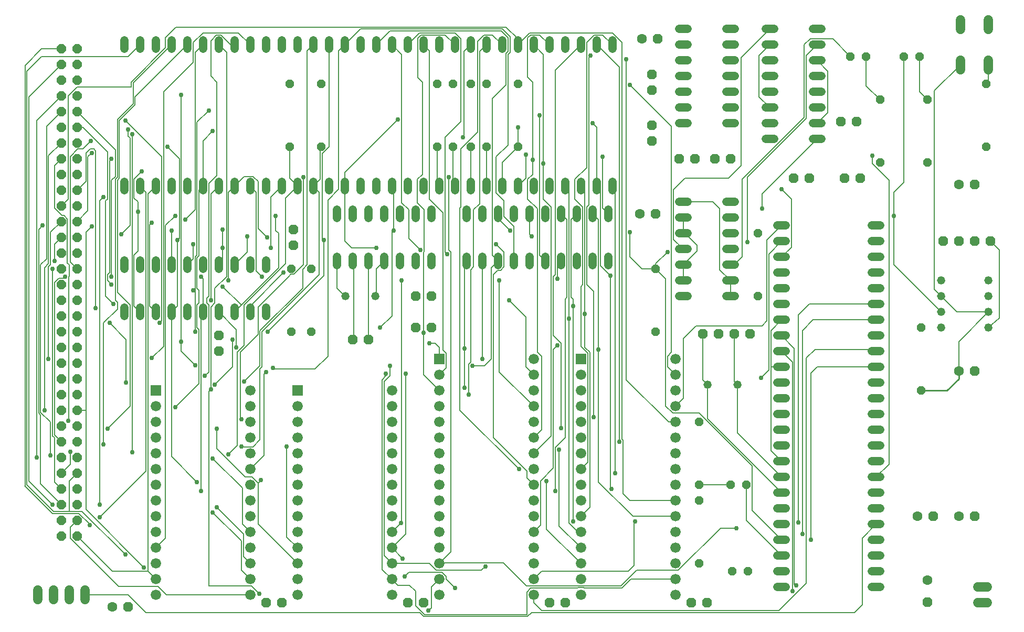
<source format=gbr>
G04 EAGLE Gerber RS-274X export*
G75*
%MOMM*%
%FSLAX34Y34*%
%LPD*%
%INTop Copper*%
%IPPOS*%
%AMOC8*
5,1,8,0,0,1.08239X$1,22.5*%
G01*
%ADD10P,1.732040X8X22.500000*%
%ADD11C,1.600200*%
%ADD12P,1.732040X8X112.500000*%
%ADD13P,1.732040X8X292.500000*%
%ADD14C,1.320800*%
%ADD15C,1.320800*%
%ADD16C,1.524000*%
%ADD17P,1.649562X8X292.500000*%
%ADD18P,1.429621X8X22.500000*%
%ADD19P,1.429621X8X202.500000*%
%ADD20P,1.429621X8X112.500000*%
%ADD21P,1.429621X8X292.500000*%
%ADD22R,1.676400X1.676400*%
%ADD23C,1.676400*%
%ADD24C,0.152400*%
%ADD25C,0.756400*%
%ADD26C,0.254000*%


D10*
X1130300Y755650D03*
X1155700Y755650D03*
X1162050Y473075D03*
X1187450Y473075D03*
X1111250Y473075D03*
X1136650Y473075D03*
X1073150Y755650D03*
X1098550Y755650D03*
X1339850Y723900D03*
X1365250Y723900D03*
X1257300Y723900D03*
X1282700Y723900D03*
X1549400Y714375D03*
D11*
X1524000Y714375D03*
D10*
X1035050Y666750D03*
D11*
X1009650Y666750D03*
D10*
X184150Y31750D03*
D11*
X158750Y31750D03*
D12*
X1028700Y866775D03*
X1028700Y892175D03*
D10*
X1333500Y815975D03*
X1358900Y815975D03*
X647700Y482600D03*
X673100Y482600D03*
X546100Y463550D03*
X571500Y463550D03*
X647700Y533400D03*
X673100Y533400D03*
X1498600Y622300D03*
X1524000Y622300D03*
X1549400Y412750D03*
D11*
X1524000Y412750D03*
D10*
X1549400Y622300D03*
X1574800Y622300D03*
X1038225Y949325D03*
D11*
X1012825Y949325D03*
D10*
X1482725Y177800D03*
D11*
X1457325Y177800D03*
D13*
X1473200Y39370D03*
D11*
X1473200Y74930D03*
D12*
X1028700Y784225D03*
X1028700Y809625D03*
D10*
X1549400Y177800D03*
D11*
X1524000Y177800D03*
D10*
X406400Y38100D03*
X431800Y38100D03*
X635000Y38100D03*
X660400Y38100D03*
X863600Y38100D03*
X889000Y38100D03*
X1092200Y38100D03*
X1117600Y38100D03*
D14*
X520700Y583946D02*
X520700Y597154D01*
X546100Y597154D02*
X546100Y583946D01*
X673100Y583946D02*
X673100Y597154D01*
X673100Y660146D02*
X673100Y673354D01*
X571500Y597154D02*
X571500Y583946D01*
X596900Y583946D02*
X596900Y597154D01*
X647700Y597154D02*
X647700Y583946D01*
X622300Y583946D02*
X622300Y597154D01*
X647700Y660146D02*
X647700Y673354D01*
X622300Y673354D02*
X622300Y660146D01*
X596900Y660146D02*
X596900Y673354D01*
X571500Y673354D02*
X571500Y660146D01*
X546100Y660146D02*
X546100Y673354D01*
X520700Y673354D02*
X520700Y660146D01*
D15*
X1495425Y558800D03*
X1495425Y533400D03*
X1571625Y533400D03*
X1571625Y558800D03*
X1495425Y508000D03*
X1495425Y482600D03*
X1571625Y508000D03*
X1571625Y482600D03*
D14*
X1086104Y685800D02*
X1072896Y685800D01*
X1072896Y660400D02*
X1086104Y660400D01*
X1086104Y533400D02*
X1072896Y533400D01*
X1149096Y533400D02*
X1162304Y533400D01*
X1086104Y635000D02*
X1072896Y635000D01*
X1072896Y609600D02*
X1086104Y609600D01*
X1086104Y558800D02*
X1072896Y558800D01*
X1072896Y584200D02*
X1086104Y584200D01*
X1149096Y558800D02*
X1162304Y558800D01*
X1162304Y584200D02*
X1149096Y584200D01*
X1149096Y609600D02*
X1162304Y609600D01*
X1162304Y635000D02*
X1149096Y635000D01*
X1149096Y660400D02*
X1162304Y660400D01*
X1162304Y685800D02*
X1149096Y685800D01*
X177800Y704596D02*
X177800Y717804D01*
X203200Y717804D02*
X203200Y704596D01*
X228600Y704596D02*
X228600Y717804D01*
X254000Y717804D02*
X254000Y704596D01*
X279400Y704596D02*
X279400Y717804D01*
X304800Y717804D02*
X304800Y704596D01*
X330200Y704596D02*
X330200Y717804D01*
X355600Y717804D02*
X355600Y704596D01*
X381000Y704596D02*
X381000Y717804D01*
X406400Y717804D02*
X406400Y704596D01*
X431800Y704596D02*
X431800Y717804D01*
X457200Y717804D02*
X457200Y704596D01*
X482600Y704596D02*
X482600Y717804D01*
X508000Y717804D02*
X508000Y704596D01*
X533400Y704596D02*
X533400Y717804D01*
X558800Y717804D02*
X558800Y704596D01*
X584200Y704596D02*
X584200Y717804D01*
X609600Y717804D02*
X609600Y704596D01*
X635000Y704596D02*
X635000Y717804D01*
X965200Y717804D02*
X965200Y704596D01*
X965200Y933196D02*
X965200Y946404D01*
X635000Y946404D02*
X635000Y933196D01*
X609600Y933196D02*
X609600Y946404D01*
X584200Y946404D02*
X584200Y933196D01*
X558800Y933196D02*
X558800Y946404D01*
X533400Y946404D02*
X533400Y933196D01*
X508000Y933196D02*
X508000Y946404D01*
X482600Y946404D02*
X482600Y933196D01*
X457200Y933196D02*
X457200Y946404D01*
X431800Y946404D02*
X431800Y933196D01*
X406400Y933196D02*
X406400Y946404D01*
X381000Y946404D02*
X381000Y933196D01*
X355600Y933196D02*
X355600Y946404D01*
X330200Y946404D02*
X330200Y933196D01*
X304800Y933196D02*
X304800Y946404D01*
X279400Y946404D02*
X279400Y933196D01*
X254000Y933196D02*
X254000Y946404D01*
X228600Y946404D02*
X228600Y933196D01*
X203200Y933196D02*
X203200Y946404D01*
X177800Y946404D02*
X177800Y933196D01*
X660400Y717804D02*
X660400Y704596D01*
X685800Y704596D02*
X685800Y717804D01*
X711200Y717804D02*
X711200Y704596D01*
X736600Y704596D02*
X736600Y717804D01*
X762000Y717804D02*
X762000Y704596D01*
X787400Y704596D02*
X787400Y717804D01*
X812800Y717804D02*
X812800Y704596D01*
X838200Y704596D02*
X838200Y717804D01*
X863600Y717804D02*
X863600Y704596D01*
X889000Y704596D02*
X889000Y717804D01*
X914400Y717804D02*
X914400Y704596D01*
X939800Y704596D02*
X939800Y717804D01*
X660400Y933196D02*
X660400Y946404D01*
X685800Y946404D02*
X685800Y933196D01*
X711200Y933196D02*
X711200Y946404D01*
X736600Y946404D02*
X736600Y933196D01*
X762000Y933196D02*
X762000Y946404D01*
X787400Y946404D02*
X787400Y933196D01*
X812800Y933196D02*
X812800Y946404D01*
X838200Y946404D02*
X838200Y933196D01*
X863600Y933196D02*
X863600Y946404D01*
X889000Y946404D02*
X889000Y933196D01*
X914400Y933196D02*
X914400Y946404D01*
X939800Y946404D02*
X939800Y933196D01*
X730250Y597154D02*
X730250Y583946D01*
X755650Y583946D02*
X755650Y597154D01*
X781050Y597154D02*
X781050Y583946D01*
X806450Y583946D02*
X806450Y597154D01*
X831850Y597154D02*
X831850Y583946D01*
X857250Y583946D02*
X857250Y597154D01*
X882650Y597154D02*
X882650Y583946D01*
X908050Y583946D02*
X908050Y597154D01*
X933450Y597154D02*
X933450Y583946D01*
X958850Y583946D02*
X958850Y597154D01*
X958850Y660146D02*
X958850Y673354D01*
X933450Y673354D02*
X933450Y660146D01*
X908050Y660146D02*
X908050Y673354D01*
X882650Y673354D02*
X882650Y660146D01*
X857250Y660146D02*
X857250Y673354D01*
X831850Y673354D02*
X831850Y660146D01*
X806450Y660146D02*
X806450Y673354D01*
X781050Y673354D02*
X781050Y660146D01*
X755650Y660146D02*
X755650Y673354D01*
X730250Y673354D02*
X730250Y660146D01*
X1072896Y965200D02*
X1086104Y965200D01*
X1086104Y939800D02*
X1072896Y939800D01*
X1072896Y812800D02*
X1086104Y812800D01*
X1149096Y812800D02*
X1162304Y812800D01*
X1086104Y914400D02*
X1072896Y914400D01*
X1072896Y889000D02*
X1086104Y889000D01*
X1086104Y838200D02*
X1072896Y838200D01*
X1072896Y863600D02*
X1086104Y863600D01*
X1149096Y838200D02*
X1162304Y838200D01*
X1162304Y863600D02*
X1149096Y863600D01*
X1149096Y889000D02*
X1162304Y889000D01*
X1162304Y914400D02*
X1149096Y914400D01*
X1149096Y939800D02*
X1162304Y939800D01*
X1162304Y965200D02*
X1149096Y965200D01*
X1231646Y647700D02*
X1244854Y647700D01*
X1244854Y622300D02*
X1231646Y622300D01*
X1231646Y596900D02*
X1244854Y596900D01*
X1244854Y571500D02*
X1231646Y571500D01*
X1231646Y546100D02*
X1244854Y546100D01*
X1244854Y520700D02*
X1231646Y520700D01*
X1231646Y495300D02*
X1244854Y495300D01*
X1244854Y469900D02*
X1231646Y469900D01*
X1231646Y444500D02*
X1244854Y444500D01*
X1244854Y419100D02*
X1231646Y419100D01*
X1231646Y393700D02*
X1244854Y393700D01*
X1244854Y368300D02*
X1231646Y368300D01*
X1231646Y342900D02*
X1244854Y342900D01*
X1244854Y317500D02*
X1231646Y317500D01*
X1231646Y292100D02*
X1244854Y292100D01*
X1244854Y266700D02*
X1231646Y266700D01*
X1231646Y241300D02*
X1244854Y241300D01*
X1244854Y215900D02*
X1231646Y215900D01*
X1231646Y190500D02*
X1244854Y190500D01*
X1244854Y165100D02*
X1231646Y165100D01*
X1231646Y139700D02*
X1244854Y139700D01*
X1244854Y114300D02*
X1231646Y114300D01*
X1231646Y88900D02*
X1244854Y88900D01*
X1244854Y63500D02*
X1231646Y63500D01*
X1384046Y63500D02*
X1397254Y63500D01*
X1397254Y88900D02*
X1384046Y88900D01*
X1384046Y114300D02*
X1397254Y114300D01*
X1397254Y139700D02*
X1384046Y139700D01*
X1384046Y165100D02*
X1397254Y165100D01*
X1397254Y190500D02*
X1384046Y190500D01*
X1384046Y215900D02*
X1397254Y215900D01*
X1397254Y241300D02*
X1384046Y241300D01*
X1384046Y266700D02*
X1397254Y266700D01*
X1397254Y292100D02*
X1384046Y292100D01*
X1384046Y317500D02*
X1397254Y317500D01*
X1397254Y342900D02*
X1384046Y342900D01*
X1384046Y368300D02*
X1397254Y368300D01*
X1397254Y393700D02*
X1384046Y393700D01*
X1384046Y419100D02*
X1397254Y419100D01*
X1397254Y444500D02*
X1384046Y444500D01*
X1384046Y469900D02*
X1397254Y469900D01*
X1397254Y495300D02*
X1384046Y495300D01*
X1384046Y520700D02*
X1397254Y520700D01*
X1397254Y546100D02*
X1384046Y546100D01*
X1384046Y571500D02*
X1397254Y571500D01*
X1397254Y596900D02*
X1384046Y596900D01*
X1384046Y622300D02*
X1397254Y622300D01*
X1397254Y647700D02*
X1384046Y647700D01*
X1225804Y965200D02*
X1212596Y965200D01*
X1212596Y939800D02*
X1225804Y939800D01*
X1225804Y812800D02*
X1212596Y812800D01*
X1212596Y787400D02*
X1225804Y787400D01*
X1225804Y914400D02*
X1212596Y914400D01*
X1212596Y889000D02*
X1225804Y889000D01*
X1225804Y838200D02*
X1212596Y838200D01*
X1212596Y863600D02*
X1225804Y863600D01*
X1288796Y787400D02*
X1302004Y787400D01*
X1302004Y812800D02*
X1288796Y812800D01*
X1288796Y838200D02*
X1302004Y838200D01*
X1302004Y863600D02*
X1288796Y863600D01*
X1288796Y889000D02*
X1302004Y889000D01*
X1302004Y914400D02*
X1288796Y914400D01*
X1288796Y939800D02*
X1302004Y939800D01*
X1302004Y965200D02*
X1288796Y965200D01*
D16*
X38100Y58420D02*
X38100Y43180D01*
X63500Y43180D02*
X63500Y58420D01*
X88900Y58420D02*
X88900Y43180D01*
X114300Y43180D02*
X114300Y58420D01*
X1554480Y63500D02*
X1569720Y63500D01*
X1569720Y38100D02*
X1554480Y38100D01*
D17*
X76200Y933450D03*
X101600Y933450D03*
X76200Y908050D03*
X101600Y908050D03*
X76200Y882650D03*
X101600Y882650D03*
X76200Y857250D03*
X101600Y857250D03*
X76200Y831850D03*
X101600Y831850D03*
X76200Y806450D03*
X101600Y806450D03*
X76200Y781050D03*
X101600Y781050D03*
X76200Y755650D03*
X101600Y755650D03*
X76200Y730250D03*
X101600Y730250D03*
X76200Y704850D03*
X101600Y704850D03*
X76200Y679450D03*
X101600Y679450D03*
X76200Y654050D03*
X101600Y654050D03*
X76200Y628650D03*
X101600Y628650D03*
X76200Y603250D03*
X101600Y603250D03*
X76200Y577850D03*
X101600Y577850D03*
X76200Y552450D03*
X101600Y552450D03*
X76200Y527050D03*
X101600Y527050D03*
X76200Y501650D03*
X101600Y501650D03*
X76200Y476250D03*
X101600Y476250D03*
X76200Y450850D03*
X101600Y450850D03*
X76200Y425450D03*
X101600Y425450D03*
X76200Y400050D03*
X101600Y400050D03*
X76200Y374650D03*
X101600Y374650D03*
X76200Y349250D03*
X101600Y349250D03*
X76200Y323850D03*
X101600Y323850D03*
X76200Y298450D03*
X101600Y298450D03*
X76200Y273050D03*
X101600Y273050D03*
X76200Y247650D03*
X101600Y247650D03*
X76200Y222250D03*
X101600Y222250D03*
X76200Y196850D03*
X101600Y196850D03*
X76200Y171450D03*
X101600Y171450D03*
X76200Y146050D03*
X101600Y146050D03*
D18*
X1155700Y228600D03*
X1181100Y228600D03*
X1158875Y88900D03*
X1184275Y88900D03*
X1435100Y920750D03*
X1460500Y920750D03*
D19*
X1374775Y920750D03*
X1349375Y920750D03*
D15*
X1167130Y390525D03*
X1118870Y390525D03*
X534670Y533400D03*
X582930Y533400D03*
D20*
X682625Y774700D03*
X682625Y876300D03*
X444500Y774700D03*
X444500Y876300D03*
X479425Y476250D03*
X479425Y577850D03*
X708025Y774700D03*
X708025Y876300D03*
X1463675Y381000D03*
X1463675Y482600D03*
X1568450Y774700D03*
X1568450Y876300D03*
X1473200Y749300D03*
X1473200Y850900D03*
D21*
X1397000Y850900D03*
X1397000Y749300D03*
D20*
X1200150Y533400D03*
X1200150Y635000D03*
D21*
X1035050Y577850D03*
X1035050Y476250D03*
D20*
X1104900Y228600D03*
X1104900Y330200D03*
X1104900Y101600D03*
X1104900Y203200D03*
X736600Y774700D03*
X736600Y876300D03*
D21*
X447675Y577850D03*
X447675Y476250D03*
D20*
X762000Y774700D03*
X762000Y876300D03*
X812800Y774700D03*
X812800Y876300D03*
X495300Y774700D03*
X495300Y876300D03*
D16*
X1526794Y899668D02*
X1526794Y914908D01*
X1572006Y914908D02*
X1572006Y899668D01*
X1526794Y964692D02*
X1526794Y979932D01*
X1572006Y979932D02*
X1572006Y964692D01*
D22*
X228600Y381000D03*
D23*
X228600Y355600D03*
X228600Y330200D03*
X228600Y304800D03*
X228600Y279400D03*
X228600Y254000D03*
X228600Y228600D03*
X228600Y203200D03*
X228600Y177800D03*
X228600Y152400D03*
X228600Y127000D03*
X228600Y101600D03*
X228600Y76200D03*
X228600Y50800D03*
X381000Y50800D03*
X381000Y76200D03*
X381000Y101600D03*
X381000Y127000D03*
X381000Y152400D03*
X381000Y177800D03*
X381000Y203200D03*
X381000Y228600D03*
X381000Y254000D03*
X381000Y279400D03*
X381000Y304800D03*
X381000Y330200D03*
X381000Y355600D03*
X381000Y381000D03*
D22*
X457200Y381000D03*
D23*
X457200Y355600D03*
X457200Y330200D03*
X457200Y304800D03*
X457200Y279400D03*
X457200Y254000D03*
X457200Y228600D03*
X457200Y203200D03*
X457200Y177800D03*
X457200Y152400D03*
X457200Y127000D03*
X457200Y101600D03*
X457200Y76200D03*
X457200Y50800D03*
X609600Y50800D03*
X609600Y76200D03*
X609600Y101600D03*
X609600Y127000D03*
X609600Y152400D03*
X609600Y177800D03*
X609600Y203200D03*
X609600Y228600D03*
X609600Y254000D03*
X609600Y279400D03*
X609600Y304800D03*
X609600Y330200D03*
X609600Y355600D03*
X609600Y381000D03*
D22*
X685800Y431800D03*
D23*
X685800Y406400D03*
X685800Y381000D03*
X685800Y355600D03*
X685800Y330200D03*
X685800Y304800D03*
X685800Y279400D03*
X685800Y254000D03*
X685800Y228600D03*
X685800Y203200D03*
X685800Y177800D03*
X685800Y152400D03*
X685800Y127000D03*
X685800Y101600D03*
X685800Y76200D03*
X685800Y50800D03*
X838200Y50800D03*
X838200Y76200D03*
X838200Y101600D03*
X838200Y127000D03*
X838200Y152400D03*
X838200Y177800D03*
X838200Y203200D03*
X838200Y228600D03*
X838200Y254000D03*
X838200Y279400D03*
X838200Y304800D03*
X838200Y330200D03*
X838200Y355600D03*
X838200Y381000D03*
X838200Y406400D03*
X838200Y431800D03*
D22*
X914400Y431800D03*
D23*
X914400Y406400D03*
X914400Y381000D03*
X914400Y355600D03*
X914400Y330200D03*
X914400Y304800D03*
X914400Y279400D03*
X914400Y254000D03*
X914400Y228600D03*
X914400Y203200D03*
X914400Y177800D03*
X914400Y152400D03*
X914400Y127000D03*
X914400Y101600D03*
X914400Y76200D03*
X914400Y50800D03*
X1066800Y50800D03*
X1066800Y76200D03*
X1066800Y101600D03*
X1066800Y127000D03*
X1066800Y152400D03*
X1066800Y177800D03*
X1066800Y203200D03*
X1066800Y228600D03*
X1066800Y254000D03*
X1066800Y279400D03*
X1066800Y304800D03*
X1066800Y330200D03*
X1066800Y355600D03*
X1066800Y381000D03*
X1066800Y406400D03*
X1066800Y431800D03*
D14*
X177800Y501396D02*
X177800Y514604D01*
X203200Y514604D02*
X203200Y501396D01*
X228600Y501396D02*
X228600Y514604D01*
X254000Y514604D02*
X254000Y501396D01*
X279400Y501396D02*
X279400Y514604D01*
X304800Y514604D02*
X304800Y501396D01*
X330200Y501396D02*
X330200Y514604D01*
X355600Y514604D02*
X355600Y501396D01*
X381000Y501396D02*
X381000Y514604D01*
X406400Y514604D02*
X406400Y501396D01*
X406400Y577596D02*
X406400Y590804D01*
X381000Y590804D02*
X381000Y577596D01*
X355600Y577596D02*
X355600Y590804D01*
X330200Y590804D02*
X330200Y577596D01*
X304800Y577596D02*
X304800Y590804D01*
X279400Y590804D02*
X279400Y577596D01*
X254000Y577596D02*
X254000Y590804D01*
X228600Y590804D02*
X228600Y577596D01*
X203200Y577596D02*
X203200Y590804D01*
X177800Y590804D02*
X177800Y577596D01*
D12*
X330200Y444500D03*
X330200Y469900D03*
D13*
X450850Y641350D03*
X450850Y615950D03*
D24*
X623888Y166688D02*
X609600Y152400D01*
X295275Y814388D02*
X314325Y833438D01*
X295275Y814388D02*
X295275Y600075D01*
X292100Y596900D01*
X292100Y542925D02*
X292100Y476250D01*
X292100Y542925D02*
X292100Y596900D01*
X625475Y168275D02*
X623888Y166688D01*
X625475Y168275D02*
X625475Y558800D01*
X292100Y542925D02*
X288925Y542925D01*
D25*
X623888Y166688D03*
X314325Y833438D03*
X292100Y476250D03*
X625475Y558800D03*
X288925Y542925D03*
D24*
X609600Y127000D02*
X627063Y109538D01*
X269875Y460375D02*
X269875Y858838D01*
X631825Y149225D02*
X609600Y127000D01*
X631825Y149225D02*
X631825Y407988D01*
X292100Y422275D02*
X269875Y444500D01*
X269875Y460375D01*
D25*
X627063Y109538D03*
X269875Y858838D03*
X269875Y460375D03*
X631825Y407988D03*
X292100Y422275D03*
D24*
X381000Y939800D02*
X361950Y958850D01*
X241300Y863600D02*
X241300Y452438D01*
X222250Y433388D01*
X596900Y114300D02*
X609600Y101600D01*
X596900Y114300D02*
X596900Y395288D01*
X606425Y404813D01*
X606425Y420688D01*
D25*
X760413Y96838D03*
X222250Y433388D03*
X606425Y420688D03*
D24*
X681038Y90488D02*
X754063Y90488D01*
X760413Y96838D01*
X669925Y101600D02*
X609600Y101600D01*
X669925Y101600D02*
X681038Y90488D01*
X289052Y911352D02*
X289052Y943228D01*
X304674Y958850D01*
X361950Y958850D01*
X289052Y911352D02*
X241300Y863600D01*
X647700Y33338D02*
X661988Y19050D01*
X827088Y19050D01*
X827088Y55563D01*
X314325Y715963D02*
X327025Y728663D01*
X314325Y715963D02*
X314325Y533400D01*
X311150Y530225D01*
X311150Y522288D01*
X314325Y519113D01*
X314325Y411163D01*
X307975Y404813D01*
X593725Y92075D02*
X609600Y76200D01*
X593725Y92075D02*
X593725Y398463D01*
X600075Y404813D01*
X600075Y407988D01*
D25*
X307975Y404813D03*
X600075Y407988D03*
D24*
X994911Y76200D02*
X1066800Y76200D01*
X647700Y57150D02*
X647700Y33338D01*
X647700Y57150D02*
X638175Y66675D01*
X619125Y66675D02*
X609600Y76200D01*
X619125Y66675D02*
X638175Y66675D01*
X327025Y879475D02*
X317500Y889000D01*
X327025Y879475D02*
X327025Y728663D01*
X326518Y955294D02*
X333882Y955294D01*
X349376Y939800D02*
X355600Y939800D01*
X349376Y939800D02*
X333882Y955294D01*
X326518Y955294D02*
X317500Y946276D01*
X317500Y889000D01*
X994911Y76200D02*
X980623Y61913D01*
X909560Y62484D02*
X908989Y61913D01*
X909560Y62484D02*
X919240Y62484D01*
X919811Y61913D01*
X980623Y61913D01*
X908989Y61913D02*
X835025Y61913D01*
X833438Y61913D02*
X827088Y55563D01*
X833438Y61913D02*
X835025Y61913D01*
X342900Y927100D02*
X330200Y939800D01*
X342900Y927100D02*
X342900Y565150D01*
X323850Y546100D01*
X323850Y522288D01*
X317500Y515938D01*
X317500Y382588D01*
X382588Y65088D02*
X395288Y52388D01*
X382588Y65088D02*
X314325Y65088D01*
X314325Y379413D01*
X317500Y382588D01*
D25*
X317500Y382588D03*
X395288Y52388D03*
D24*
X292100Y927100D02*
X304800Y939800D01*
X292100Y927100D02*
X292100Y673100D01*
X276225Y657225D01*
X125413Y646113D02*
X115888Y636588D01*
X115888Y349250D01*
X696913Y76200D02*
X711200Y61913D01*
X696913Y76200D02*
X696913Y80963D01*
X690563Y87313D01*
D25*
X276225Y657225D03*
X125413Y646113D03*
X209550Y95250D03*
X711200Y61913D03*
X630238Y80963D03*
D24*
X636588Y87313D02*
X690563Y87313D01*
X636588Y87313D02*
X630238Y80963D01*
X115888Y188913D02*
X115888Y349250D01*
X115888Y188913D02*
X209550Y95250D01*
X115888Y349250D02*
X101600Y349250D01*
X195263Y855663D02*
X279400Y939800D01*
X195263Y855663D02*
X195263Y842963D01*
X169863Y817563D01*
X169863Y723900D01*
X166688Y720725D01*
X166688Y539750D01*
X187325Y519113D01*
X187325Y355600D01*
X150813Y319088D01*
X393700Y165100D02*
X457200Y101600D01*
X393700Y165100D02*
X393700Y231775D01*
X384175Y241300D01*
X327025Y287338D02*
X327025Y319088D01*
X858838Y157163D02*
X914400Y101600D01*
X858838Y157163D02*
X858838Y234950D01*
X398463Y236538D02*
X393700Y231775D01*
D25*
X150813Y319088D03*
X327025Y319088D03*
X858838Y234950D03*
X398463Y236538D03*
D24*
X384175Y241300D02*
X373063Y241300D01*
X327025Y287338D01*
X192088Y877888D02*
X254000Y939800D01*
X192088Y877888D02*
X192088Y844550D01*
X166688Y819150D01*
X166688Y725488D01*
X163513Y722313D01*
X163513Y527050D01*
X166688Y523875D01*
X166688Y512763D01*
X144463Y490538D01*
X144463Y293688D01*
X439738Y144463D02*
X457200Y127000D01*
X439738Y144463D02*
X439738Y290513D01*
X879475Y161925D02*
X914400Y127000D01*
X879475Y161925D02*
X879475Y285750D01*
D25*
X144463Y293688D03*
X439738Y290513D03*
X879475Y285750D03*
D24*
X869950Y447675D02*
X876300Y454025D01*
X869950Y447675D02*
X869950Y255588D01*
X849313Y234950D01*
X849313Y163513D01*
X838200Y152400D01*
X368300Y223838D02*
X320675Y271463D01*
X368300Y223838D02*
X368300Y165100D01*
X381000Y152400D01*
D25*
X876300Y454025D03*
X320675Y271463D03*
D24*
X184150Y920750D02*
X203200Y939800D01*
X20638Y228600D02*
X63500Y185738D01*
X88900Y185738D02*
X109538Y185738D01*
X88900Y185738D02*
X63500Y185738D01*
D25*
X1265238Y168275D03*
X179388Y115888D03*
D24*
X20638Y228600D02*
X20638Y896938D01*
X44450Y920750D01*
X184150Y920750D01*
X109538Y185738D02*
X179388Y115888D01*
X88900Y234950D02*
X101600Y247650D01*
X88900Y234950D02*
X88900Y185738D01*
X1282700Y520700D02*
X1390650Y520700D01*
X1265238Y503238D02*
X1265238Y168275D01*
X1265238Y503238D02*
X1282700Y520700D01*
X369888Y149225D02*
X327025Y192088D01*
X369888Y149225D02*
X369888Y112713D01*
X381000Y101600D01*
D25*
X1271588Y149225D03*
X327025Y192088D03*
D24*
X1289050Y495300D02*
X1390650Y495300D01*
X1271588Y477838D02*
X1271588Y149225D01*
X1271588Y477838D02*
X1289050Y495300D01*
X144463Y693738D02*
X138113Y687388D01*
X138113Y196850D01*
X320675Y184150D02*
X366713Y138113D01*
X366713Y90488D01*
X381000Y76200D01*
D25*
X144463Y693738D03*
X138113Y196850D03*
X1001713Y169863D03*
X320675Y184150D03*
D24*
X838200Y76200D02*
X850900Y88900D01*
X990600Y88900D02*
X1000125Y98425D01*
X1000125Y168275D01*
X1001713Y169863D01*
X990600Y88900D02*
X850900Y88900D01*
X212725Y701675D02*
X203200Y711200D01*
X212725Y701675D02*
X212725Y250825D01*
X138113Y176213D01*
X232569Y64294D02*
X246063Y50800D01*
X90488Y142875D02*
X90488Y160338D01*
X101600Y171450D01*
X1277938Y69850D02*
X1277938Y330200D01*
X1277938Y331788D01*
X1277938Y69850D02*
X1233488Y25400D01*
D25*
X138113Y176213D03*
D24*
X246063Y50800D02*
X381000Y50800D01*
X838200Y50800D02*
X838200Y38100D01*
X850900Y25400D01*
X1233488Y25400D01*
X232569Y64294D02*
X169069Y64294D01*
X90488Y142875D01*
X1277938Y331788D02*
X1277938Y433388D01*
X1292225Y447675D01*
X1387475Y447675D01*
X1390650Y444500D01*
X228600Y711200D02*
X215900Y698500D01*
X215900Y88900D01*
X228600Y76200D01*
X158750Y88900D02*
X101600Y146050D01*
X158750Y88900D02*
X215900Y88900D01*
X668338Y25400D02*
X673100Y30163D01*
X673100Y63500D01*
X685800Y76200D01*
D25*
X668338Y25400D03*
X1285875Y139700D03*
D24*
X1285875Y409575D01*
X1295400Y419100D01*
X1390650Y419100D01*
X1165225Y158750D02*
X1139825Y158750D01*
X1071563Y90488D01*
X701675Y608013D02*
X701675Y725488D01*
X701675Y608013D02*
X704850Y604838D01*
D25*
X1165225Y158750D03*
X701675Y725488D03*
D24*
X1003999Y90488D02*
X1071563Y90488D01*
X687106Y102906D02*
X685800Y101600D01*
X826643Y65532D02*
X979043Y65532D01*
X1003999Y90488D01*
X789270Y102906D02*
X687106Y102906D01*
X789270Y102906D02*
X826643Y65532D01*
X704850Y120650D02*
X687106Y102906D01*
X704850Y120650D02*
X704850Y604838D01*
X260350Y663575D02*
X244475Y647700D01*
X244475Y142875D01*
X228600Y127000D01*
D25*
X260350Y663575D03*
D24*
X847725Y600075D02*
X857250Y590550D01*
X847725Y600075D02*
X847725Y825500D01*
X396875Y420688D02*
X371475Y395288D01*
X396875Y420688D02*
X396875Y477838D01*
X473075Y930275D02*
X482600Y939800D01*
D25*
X847725Y825500D03*
X371475Y395288D03*
D24*
X473075Y584072D02*
X473075Y930275D01*
X473075Y584072D02*
X465589Y576587D01*
X465589Y546552D01*
X396875Y477838D01*
X500063Y623888D02*
X496888Y627063D01*
X496888Y763588D01*
X508000Y774700D01*
X508000Y939800D01*
X352425Y419100D02*
X323850Y390525D01*
X352425Y419100D02*
X352425Y463550D01*
X409575Y476250D02*
X500063Y566738D01*
X500063Y623888D01*
D25*
X500063Y623888D03*
X323850Y390525D03*
X352425Y463550D03*
X409575Y476250D03*
D24*
X806450Y590550D02*
X806450Y646113D01*
X790575Y661988D01*
X790575Y687388D01*
X777875Y700088D01*
X777875Y758825D01*
X796925Y777875D01*
X796925Y923925D01*
X800100Y927100D01*
X800100Y952500D01*
X506413Y688975D02*
X506413Y508000D01*
X506413Y506413D01*
X506413Y688975D02*
X523875Y706438D01*
X523875Y930275D01*
X533400Y939800D01*
D25*
X417513Y417513D03*
D24*
X800100Y952500D02*
X787400Y965200D01*
X558800Y965200D02*
X533400Y939800D01*
X558800Y965200D02*
X787400Y965200D01*
X506413Y506413D02*
X506413Y436563D01*
X485775Y415925D01*
X419100Y415925D01*
X417513Y417513D01*
X771525Y600075D02*
X781050Y590550D01*
X771525Y600075D02*
X771525Y852488D01*
X793750Y874713D01*
X793750Y925513D01*
X796925Y928688D01*
X796925Y950913D01*
X769938Y431800D02*
X758825Y420688D01*
X739775Y420688D01*
X769938Y431800D02*
X769938Y579438D01*
X781050Y590550D01*
D25*
X739775Y420688D03*
D24*
X584200Y939800D02*
X606552Y962152D01*
X785686Y962152D01*
X796925Y950913D01*
X730250Y590550D02*
X727075Y587375D01*
X727075Y449263D02*
X727075Y385763D01*
X727075Y449263D02*
X727075Y587375D01*
X698500Y601663D02*
X695325Y604838D01*
D25*
X727075Y385763D03*
X698500Y601663D03*
X727075Y449263D03*
D24*
X711834Y958342D02*
X653542Y958342D01*
X711834Y958342D02*
X720725Y949451D01*
X720725Y815975D01*
X635000Y939800D02*
X653542Y958342D01*
X720725Y815975D02*
X695325Y790575D01*
X695325Y604838D01*
X669925Y930275D02*
X660400Y939800D01*
X669925Y930275D02*
X669925Y690563D01*
X692150Y668338D01*
X692150Y446088D01*
X696913Y441325D01*
X696913Y417513D01*
X685800Y406400D01*
X180975Y463550D02*
X153988Y490538D01*
X180975Y463550D02*
X180975Y393700D01*
D25*
X153988Y490538D03*
X180975Y393700D03*
D24*
X798513Y527050D02*
X825500Y500063D01*
X825500Y419100D01*
X838200Y406400D01*
X1060450Y808038D02*
X993775Y874713D01*
X1060450Y808038D02*
X1060450Y442913D01*
X1054100Y436563D01*
X1054100Y419100D01*
X1066800Y406400D01*
D25*
X798513Y527050D03*
X993775Y874713D03*
D24*
X658813Y879475D02*
X651669Y886619D01*
X658813Y879475D02*
X658813Y730250D01*
X650875Y722313D01*
X650875Y684213D01*
X660400Y474663D02*
X660400Y406400D01*
X685800Y381000D01*
D25*
X660400Y474663D03*
D24*
X651510Y950086D02*
X656718Y955294D01*
X651510Y950086D02*
X651510Y929514D01*
X651669Y929355D01*
X651669Y886619D01*
X711200Y939800D02*
X695706Y955294D01*
X656718Y955294D01*
X661516Y605309D02*
X660400Y604194D01*
X660400Y474663D01*
X661516Y605309D02*
X661706Y605499D01*
X661706Y673382D01*
X650875Y684213D01*
X987425Y915988D02*
X987425Y398463D01*
X1055688Y330200D01*
X1066800Y330200D01*
X723900Y790575D02*
X725488Y792163D01*
X725488Y928688D01*
X736600Y939800D01*
D25*
X987425Y915988D03*
X723900Y790575D03*
D24*
X76200Y628650D02*
X65088Y617538D01*
X65088Y590550D01*
X750888Y928688D02*
X762000Y939800D01*
X750888Y928688D02*
X750888Y682625D01*
X741363Y673100D01*
X741363Y581025D01*
X736600Y576263D01*
X736600Y427038D01*
X733425Y423863D01*
X733425Y374650D01*
D25*
X65088Y590550D03*
X733425Y374650D03*
D24*
X76200Y654050D02*
X58738Y636588D01*
X58738Y584200D01*
X55563Y581025D01*
X55563Y431800D01*
X403225Y407988D02*
X406400Y411163D01*
X403225Y407988D02*
X403225Y276225D01*
X381000Y254000D01*
X720725Y677863D02*
X720725Y771525D01*
X720725Y677863D02*
X719138Y676275D01*
X719138Y349250D01*
X814388Y254000D01*
D25*
X55563Y431800D03*
X406400Y411163D03*
X814388Y254000D03*
D24*
X747840Y798640D02*
X747840Y944816D01*
X758318Y955294D01*
X747840Y798640D02*
X720725Y771525D01*
X787400Y939800D02*
X771906Y955294D01*
X758318Y955294D01*
X87313Y690563D02*
X76200Y679450D01*
X87313Y690563D02*
X87313Y857250D01*
X101600Y871538D01*
X188913Y871538D01*
X188913Y879475D01*
X244475Y935038D01*
X244475Y950913D01*
X261144Y967581D01*
X556871Y967581D01*
X557537Y968248D01*
X793877Y968248D01*
X812800Y949325D02*
X812800Y939800D01*
X812800Y949325D02*
X793877Y968248D01*
X831723Y958723D02*
X965453Y958723D01*
X831723Y958723D02*
X812800Y939800D01*
X965453Y958723D02*
X981075Y943101D01*
X981075Y302269D02*
X982381Y300964D01*
X993775Y203200D02*
X1066800Y203200D01*
X981075Y302269D02*
X981075Y943101D01*
X982381Y214595D02*
X993775Y203200D01*
X982381Y214595D02*
X982381Y300964D01*
X854075Y923925D02*
X838200Y939800D01*
X854075Y747713D02*
X854075Y690563D01*
X854075Y747713D02*
X854075Y923925D01*
X854075Y690563D02*
X866775Y677863D01*
X866775Y307975D01*
X838200Y279400D01*
D25*
X854075Y747713D03*
D24*
X863600Y939800D02*
X847725Y955675D01*
X833438Y955675D01*
X828675Y950913D01*
X828675Y887413D01*
X836613Y879475D01*
X836613Y754063D02*
X836613Y730250D01*
X836613Y754063D02*
X836613Y879475D01*
X836613Y730250D02*
X828675Y722313D01*
X828675Y690563D01*
X844550Y674688D01*
X844550Y442913D01*
X850900Y436563D01*
X850900Y317500D01*
X838200Y304800D01*
D25*
X836613Y754063D03*
D24*
X76200Y755650D02*
X65088Y744538D01*
X65088Y676275D01*
X927100Y919163D02*
X930275Y922338D01*
X927100Y919163D02*
X927100Y681038D01*
X923925Y677863D01*
X923925Y552450D01*
X935038Y541338D01*
X935038Y338138D01*
D25*
X87313Y331788D03*
X930275Y922338D03*
X935038Y338138D03*
D24*
X88618Y333093D02*
X88618Y565150D01*
X88618Y333093D02*
X87313Y331788D01*
X77407Y663956D02*
X65088Y676275D01*
X77407Y663956D02*
X80303Y663956D01*
X86106Y658153D01*
X86106Y586994D02*
X88900Y584200D01*
X88900Y565432D01*
X88618Y565150D01*
X86106Y586994D02*
X86106Y658153D01*
X55563Y760413D02*
X76200Y781050D01*
X55563Y760413D02*
X55563Y585788D01*
X49213Y579438D01*
X49213Y349250D01*
X873125Y898525D02*
X914400Y939800D01*
X873125Y898525D02*
X873125Y568325D01*
X869950Y565150D01*
X869950Y469900D01*
X882650Y457200D01*
X882650Y320675D01*
D25*
X49213Y349250D03*
X882650Y320675D03*
D24*
X190500Y280988D02*
X190500Y795338D01*
X939800Y939800D02*
X976313Y903288D01*
X976313Y298450D01*
D25*
X190500Y795338D03*
X190500Y280988D03*
X976313Y298450D03*
D24*
X76200Y831850D02*
X52388Y808038D01*
X52388Y593725D01*
X42863Y584200D01*
X42863Y346075D01*
X58738Y330200D01*
X58738Y276225D01*
X904875Y690563D02*
X904875Y722313D01*
X904875Y690563D02*
X917575Y677863D01*
X917575Y552450D01*
X914400Y549275D01*
X914400Y452438D01*
X925513Y441325D01*
X925513Y265113D01*
X914400Y254000D01*
D25*
X58738Y276225D03*
X1204913Y401638D03*
D24*
X924052Y741490D02*
X924052Y943228D01*
X936118Y955294D01*
X924052Y741490D02*
X904875Y722313D01*
X965200Y939800D02*
X949706Y955294D01*
X936118Y955294D01*
X1238250Y622300D02*
X1217740Y601790D01*
X1217740Y414465D02*
X1204913Y401638D01*
X1217740Y414465D02*
X1217740Y601790D01*
X1254125Y690563D02*
X1238250Y706438D01*
X1254125Y690563D02*
X1254125Y612775D01*
X1238250Y596900D01*
X76200Y857250D02*
X36513Y817563D01*
X36513Y273050D01*
X965200Y711200D02*
X969963Y706438D01*
X969963Y247650D01*
D25*
X1238250Y706438D03*
X36513Y273050D03*
X969963Y247650D03*
D24*
X962025Y566738D02*
X946150Y582613D01*
X946150Y704850D01*
X939800Y711200D01*
X939800Y806450D02*
X933450Y812800D01*
X939800Y806450D02*
X939800Y711200D01*
X962025Y223838D02*
X963613Y222250D01*
X962025Y223838D02*
X962025Y566738D01*
D25*
X962025Y566738D03*
X933450Y812800D03*
X963613Y222250D03*
D24*
X76200Y908050D02*
X23813Y855663D01*
X23813Y234950D01*
X61913Y196850D01*
X914400Y711200D02*
X920750Y704850D01*
X920750Y504825D02*
X920750Y450850D01*
X920750Y504825D02*
X920750Y704850D01*
X920750Y450850D02*
X928688Y442913D01*
X928688Y192088D01*
X914400Y177800D01*
D25*
X61913Y196850D03*
X920750Y504825D03*
D24*
X895350Y704850D02*
X889000Y711200D01*
X895350Y496888D02*
X895350Y166688D01*
X895350Y496888D02*
X895350Y704850D01*
X895350Y166688D02*
X909638Y152400D01*
X914400Y152400D01*
X122238Y163513D02*
X122238Y165100D01*
D25*
X895350Y496888D03*
X122238Y163513D03*
D24*
X76200Y933450D02*
X44450Y933450D01*
X17590Y906590D01*
X17590Y227140D02*
X17463Y227013D01*
X17590Y227140D02*
X17590Y906590D01*
X104648Y182690D02*
X122238Y165100D01*
X61786Y182690D02*
X17463Y227013D01*
X61786Y182690D02*
X104648Y182690D01*
X755650Y432118D02*
X755650Y590550D01*
X625475Y923925D02*
X609600Y939800D01*
X625475Y923925D02*
X625475Y684213D01*
X636588Y673100D01*
X636588Y627063D01*
X655638Y608013D01*
X679450Y457200D02*
X685800Y450850D01*
X679450Y457200D02*
X669925Y457200D01*
X685800Y450850D02*
X685800Y431800D01*
D25*
X755650Y432118D03*
X655638Y608013D03*
X669925Y457200D03*
D24*
X736600Y711200D02*
X736600Y774700D01*
X1390650Y241300D02*
X1411288Y261938D01*
X1411288Y720725D01*
X1384300Y747713D01*
X1384300Y760413D01*
X101600Y577850D02*
X90488Y588963D01*
X90488Y758825D01*
D25*
X1384300Y760413D03*
X123825Y784225D03*
D24*
X110744Y771144D02*
X102807Y771144D01*
X110744Y771144D02*
X123825Y784225D01*
X102807Y771144D02*
X90488Y758825D01*
X762000Y774700D02*
X762000Y711200D01*
X187325Y647700D02*
X173038Y633413D01*
X187325Y647700D02*
X187325Y788988D01*
X184150Y792163D01*
X184150Y803275D01*
X812800Y806450D02*
X812800Y774700D01*
D25*
X173038Y633413D03*
X184150Y803275D03*
X812800Y806450D03*
D24*
X787400Y749300D02*
X787400Y711200D01*
X787400Y749300D02*
X812800Y774700D01*
X336550Y590550D02*
X330200Y584200D01*
X336550Y611188D02*
X336550Y641350D01*
X336550Y611188D02*
X336550Y590550D01*
X65088Y233363D02*
X76200Y222250D01*
X65088Y233363D02*
X65088Y304800D01*
X61913Y307975D01*
X61913Y577850D01*
D25*
X336550Y641350D03*
X61913Y577850D03*
X336550Y611188D03*
D24*
X444500Y723900D02*
X457200Y711200D01*
X444500Y723900D02*
X444500Y774700D01*
X360363Y292100D02*
X346075Y277813D01*
X360363Y292100D02*
X360363Y442913D01*
X371475Y454025D01*
X371475Y519113D01*
X438150Y585788D01*
X438150Y692150D01*
X457200Y711200D01*
D25*
X346075Y277813D03*
D24*
X482600Y711200D02*
X493713Y722313D01*
X493713Y773113D01*
X495300Y774700D01*
X90488Y261938D02*
X76200Y247650D01*
X90488Y261938D02*
X90488Y282575D01*
D25*
X90488Y282575D03*
X366713Y290513D03*
D24*
X492125Y701675D02*
X482600Y711200D01*
X492125Y568325D02*
X400050Y476250D01*
X492125Y568325D02*
X492125Y701675D01*
X400050Y419100D02*
X396875Y415925D01*
X400050Y419100D02*
X400050Y476250D01*
X396875Y415925D02*
X396875Y301625D01*
X385318Y290068D01*
X367157Y290068D02*
X366713Y290513D01*
X367157Y290068D02*
X385318Y290068D01*
X1190625Y187325D02*
X1238250Y139700D01*
X1190625Y187325D02*
X1190625Y259214D01*
X1035050Y585788D02*
X1054100Y604838D01*
X1035050Y585788D02*
X1035050Y577850D01*
X612775Y708025D02*
X609600Y711200D01*
X612775Y708025D02*
X612775Y639763D01*
X1173163Y919163D02*
X1219200Y965200D01*
X609600Y501650D02*
X590550Y482600D01*
X609600Y501650D02*
X609600Y636588D01*
X612775Y639763D01*
D25*
X1054100Y604838D03*
X612775Y639763D03*
X993775Y636588D03*
X590550Y482600D03*
D24*
X1051052Y561848D02*
X1051052Y356261D01*
X1062381Y344932D01*
X1104907Y344932D01*
X1190625Y259214D01*
X1051052Y561848D02*
X1035050Y577850D01*
X1012825Y577850D01*
X993775Y596900D01*
X993775Y636588D01*
X1064006Y625094D02*
X1064006Y705231D01*
X1064006Y625094D02*
X1079500Y609600D01*
X1064006Y705231D02*
X1082675Y723900D01*
X1152525Y723900D01*
X1173163Y744538D01*
X1173163Y919163D01*
X708025Y774700D02*
X708025Y714375D01*
X711200Y711200D01*
X365125Y336550D02*
X366713Y334963D01*
X365125Y336550D02*
X365125Y442913D01*
X393700Y471488D01*
X393700Y515938D01*
X442119Y564356D02*
X442913Y565150D01*
X442119Y564356D02*
X393700Y515938D01*
X466725Y615950D02*
X466725Y725488D01*
X466725Y615950D02*
X466725Y614363D01*
D25*
X366713Y334963D03*
X466725Y725488D03*
D24*
X451357Y568960D02*
X446723Y568960D01*
X442913Y565150D01*
X466725Y584328D02*
X466725Y614363D01*
X466725Y584328D02*
X451357Y568960D01*
X533400Y622300D02*
X533400Y711200D01*
X533400Y733425D02*
X619125Y819150D01*
X533400Y733425D02*
X533400Y711200D01*
D25*
X584200Y611188D03*
X619125Y819150D03*
D24*
X584200Y611188D02*
X544513Y611188D01*
X533400Y622300D01*
X355600Y711200D02*
X346075Y701675D01*
X346075Y558800D01*
X407988Y628650D02*
X393700Y642938D01*
X393700Y719138D01*
X385763Y727075D01*
D25*
X346075Y558800D03*
X407988Y628650D03*
D24*
X385763Y727075D02*
X371475Y727075D01*
X355600Y711200D01*
X330200Y711200D02*
X317500Y698500D01*
X317500Y527050D01*
X876300Y584200D02*
X882650Y590550D01*
X876300Y584200D02*
X876300Y561975D01*
D25*
X317500Y527050D03*
X876300Y561975D03*
D24*
X1079500Y368300D02*
X1066800Y355600D01*
X254000Y584200D02*
X254000Y639763D01*
X42863Y230188D02*
X76200Y196850D01*
X42863Y230188D02*
X42863Y341313D01*
X39688Y344488D01*
X39688Y641350D01*
X46038Y647700D01*
X782638Y411163D02*
X838200Y355600D01*
X782638Y411163D02*
X782638Y558800D01*
X400050Y565150D02*
X390525Y574675D01*
X390525Y701675D01*
X381000Y711200D01*
D25*
X254000Y639763D03*
X46038Y647700D03*
X782638Y558800D03*
X400050Y565150D03*
D24*
X1079500Y465398D02*
X1099750Y485648D01*
X1079500Y465398D02*
X1079500Y368300D01*
X1206373Y485648D02*
X1214692Y493967D01*
X1214692Y624142D02*
X1238250Y647700D01*
X1206373Y485648D02*
X1099750Y485648D01*
X1214692Y493967D02*
X1214692Y624142D01*
X1206500Y698500D02*
X1295400Y787400D01*
X1206500Y698500D02*
X1206500Y674688D01*
X304800Y711200D02*
X298450Y704850D01*
X298450Y598488D01*
X295275Y595313D01*
X295275Y546100D01*
X298450Y542925D01*
X298450Y522288D01*
X295275Y519113D01*
X295275Y482600D01*
X298450Y479425D01*
X298450Y392113D01*
X260350Y354013D01*
X949325Y676275D02*
X958850Y666750D01*
X949325Y676275D02*
X949325Y758825D01*
X320675Y800100D02*
X304800Y784225D01*
X304800Y711200D01*
D25*
X1206500Y674688D03*
X260350Y354013D03*
X949325Y758825D03*
X320675Y800100D03*
D24*
X414338Y693738D02*
X431800Y711200D01*
X414338Y693738D02*
X414338Y611188D01*
X76200Y298450D02*
X65088Y309563D01*
D25*
X414338Y611188D03*
X82550Y565150D03*
D24*
X79756Y562356D01*
X72097Y562356D01*
X65088Y555347D01*
X65088Y309563D01*
X228600Y508000D02*
X219075Y517525D01*
X219075Y649288D01*
X222250Y652463D01*
X812800Y711200D02*
X825500Y723900D01*
X825500Y762000D01*
X125413Y765175D02*
X119063Y758825D01*
X119063Y671513D01*
X101600Y654050D01*
D25*
X222250Y652463D03*
X825500Y762000D03*
X125413Y765175D03*
D24*
X193675Y517525D02*
X203200Y508000D01*
X193675Y722313D02*
X206375Y735013D01*
D25*
X200025Y669925D03*
X206375Y735013D03*
D24*
X193675Y600075D02*
X193675Y517525D01*
X193675Y600075D02*
X200025Y606425D01*
X200025Y669925D01*
X193675Y692150D02*
X193675Y722313D01*
X193675Y692150D02*
X200025Y685800D01*
X200025Y669925D01*
X131763Y768350D02*
X131763Y514350D01*
X131763Y768350D02*
X128588Y771525D01*
D25*
X131763Y514350D03*
D24*
X128306Y771243D02*
X122899Y771243D01*
X128306Y771243D02*
X128588Y771525D01*
X116015Y764359D02*
X116015Y719265D01*
X116015Y764359D02*
X122899Y771243D01*
X116015Y719265D02*
X101600Y704850D01*
X254000Y508000D02*
X254000Y274638D01*
X295275Y233363D01*
X263525Y517525D02*
X263525Y623888D01*
X263525Y517525D02*
X254000Y508000D01*
X266700Y755650D02*
X247650Y774700D01*
X266700Y755650D02*
X266700Y627063D01*
X263525Y623888D01*
D25*
X295275Y233363D03*
X263525Y623888D03*
X247650Y774700D03*
D24*
X304800Y508000D02*
X301625Y504825D01*
X301625Y219075D01*
X882650Y666750D02*
X892175Y657225D01*
X892175Y531813D01*
X889000Y528638D01*
X889000Y304800D01*
X873125Y288925D01*
X873125Y219075D01*
X163513Y769938D02*
X101600Y831850D01*
X163513Y769938D02*
X163513Y727075D01*
X157163Y720725D01*
X157163Y565150D01*
X301625Y565150D02*
X304800Y561975D01*
X304800Y508000D01*
D25*
X301625Y219075D03*
X873125Y219075D03*
X157163Y565150D03*
X301625Y565150D03*
D24*
X279400Y584200D02*
X288925Y593725D01*
X288925Y617538D01*
X777875Y617538D02*
X790575Y604838D01*
X773113Y533400D02*
X773113Y304800D01*
X827088Y250825D01*
X827088Y239713D01*
X838200Y228600D01*
D25*
X288925Y617538D03*
X777875Y617538D03*
D24*
X779717Y575056D02*
X784732Y575056D01*
X779717Y575056D02*
X772986Y568325D01*
X784732Y575056D02*
X790575Y580899D01*
X790575Y604838D01*
X772986Y568325D02*
X772986Y533527D01*
X773113Y533400D01*
X160338Y520700D02*
X147638Y533400D01*
X147638Y687388D01*
X150813Y690563D01*
X150813Y766763D01*
X111125Y806450D01*
X101600Y806450D01*
X898525Y657225D02*
X908050Y666750D01*
X898525Y657225D02*
X898525Y531813D01*
X901700Y528638D01*
X901700Y517525D02*
X901700Y169863D01*
X901700Y517525D02*
X901700Y528638D01*
D25*
X160338Y520700D03*
X901700Y169863D03*
X901700Y517525D03*
D24*
X238125Y493713D02*
X234950Y490538D01*
X238125Y493713D02*
X238125Y758825D01*
X179388Y817563D01*
X933450Y666750D02*
X942975Y657225D01*
X942975Y447675D02*
X942975Y233363D01*
X942975Y447675D02*
X942975Y657225D01*
X942975Y233363D02*
X998538Y177800D01*
X1066800Y177800D01*
X358775Y479425D02*
X330200Y508000D01*
X358775Y479425D02*
X358775Y450850D01*
D25*
X234950Y490538D03*
X179388Y817563D03*
X358775Y450850D03*
X942975Y447675D03*
D24*
X682625Y714375D02*
X682625Y774700D01*
X682625Y714375D02*
X685800Y711200D01*
X1155700Y558800D02*
X1155700Y533400D01*
X1138238Y576263D02*
X1138238Y625475D01*
X1138238Y627063D01*
X1138238Y576263D02*
X1155700Y558800D01*
X1127125Y685800D02*
X1079500Y685800D01*
X1138238Y674688D02*
X1138238Y627063D01*
X1138238Y674688D02*
X1127125Y685800D01*
X1162050Y473075D02*
X1162050Y395605D01*
X1167130Y390525D01*
X1167130Y312420D01*
X1238250Y241300D01*
X1238250Y215900D02*
X1118870Y335280D01*
X1111250Y398145D02*
X1111250Y473075D01*
X1111250Y398145D02*
X1118870Y390525D01*
X1118870Y335280D01*
X376238Y604838D02*
X355600Y584200D01*
X376238Y604838D02*
X376238Y630238D01*
X781050Y658813D02*
X800100Y639763D01*
X781050Y658813D02*
X781050Y666750D01*
D25*
X376238Y630238D03*
X800100Y639763D03*
D24*
X1220788Y284163D02*
X1238250Y266700D01*
X1220788Y477838D02*
X1238250Y495300D01*
X1220788Y419100D02*
X1220788Y284163D01*
X1220788Y419100D02*
X1220788Y477838D01*
X1220788Y419100D02*
X1238250Y419100D01*
X427038Y579438D02*
X366713Y519113D01*
X355600Y508000D01*
X427038Y579438D02*
X427038Y635000D01*
X422275Y639763D01*
X422275Y663575D01*
X831850Y633413D02*
X835025Y630238D01*
X831850Y633413D02*
X831850Y666750D01*
X157163Y755650D02*
X153988Y752475D01*
X153988Y571500D01*
X150813Y568325D01*
X150813Y558800D01*
X157163Y552450D01*
X336550Y549275D02*
X366713Y519113D01*
D25*
X422275Y663575D03*
X835025Y630238D03*
X157163Y755650D03*
X157163Y552450D03*
X336550Y549275D03*
D24*
X1277938Y820738D02*
X1277938Y922338D01*
X1295400Y939800D01*
D25*
X1182688Y620713D03*
D24*
X1182688Y725488D01*
X1277938Y820738D01*
X1155700Y228600D02*
X1104900Y228600D01*
X1181100Y171450D02*
X1238250Y114300D01*
X1181100Y171450D02*
X1181100Y228600D01*
X1368425Y142875D02*
X1390650Y165100D01*
X660725Y16002D02*
X654375Y22352D01*
X660725Y16002D02*
X828350Y16002D01*
X834700Y22352D01*
X654375Y22352D02*
X212725Y22352D01*
X834700Y22352D02*
X1355598Y22352D01*
X184277Y50800D02*
X114300Y50800D01*
X184277Y50800D02*
X212725Y22352D01*
X1355598Y22352D02*
X1355725Y22225D01*
X1368425Y34925D02*
X1368425Y142875D01*
X1368425Y34925D02*
X1355725Y22225D01*
X434975Y571500D02*
X381000Y517525D01*
X381000Y508000D01*
D25*
X434975Y571500D03*
D24*
X1238250Y469900D02*
X1258761Y449390D01*
X1258761Y68390D02*
X1260475Y66675D01*
X1261781Y66675D01*
D25*
X1261781Y66675D03*
D24*
X1258761Y68390D02*
X1258761Y449390D01*
X1238250Y444500D02*
X1255713Y427038D01*
X1255713Y57150D01*
D25*
X1255713Y57150D03*
D24*
X1295400Y812800D02*
X1312863Y830263D01*
X1312863Y896938D01*
X1295400Y914400D01*
X1219200Y838200D02*
X1201738Y855663D01*
X1201738Y922338D01*
X1219200Y939800D01*
X547688Y588963D02*
X546100Y590550D01*
X547688Y588963D02*
X547688Y465138D01*
X546100Y463550D01*
X571500Y463550D02*
X571500Y590550D01*
X584200Y577850D02*
X596900Y590550D01*
X584200Y577850D02*
X584200Y533400D01*
X582930Y533400D01*
X533400Y533400D02*
X520700Y546100D01*
X520700Y590550D01*
X533400Y533400D02*
X534670Y533400D01*
X1574800Y622300D02*
X1589078Y608022D01*
X1589078Y498475D02*
X1571625Y482600D01*
X1589078Y498475D02*
X1589078Y608022D01*
X1473200Y850900D02*
X1460500Y863600D01*
X1460500Y920750D01*
X1274763Y939800D02*
X1274763Y822325D01*
X1274763Y939800D02*
X1284288Y949325D01*
X1174750Y722313D02*
X1174750Y596900D01*
X1162050Y584200D01*
X1155700Y584200D01*
X1174750Y722313D02*
X1274763Y822325D01*
X1349375Y920750D02*
X1320800Y949325D01*
X1284288Y949325D01*
X1374775Y920750D02*
X1374775Y873125D01*
X1397000Y850900D01*
X1079500Y584200D02*
X1079500Y558800D01*
X1079500Y635000D02*
X1079500Y660400D01*
D25*
X1419225Y663575D03*
D24*
X1435100Y717550D02*
X1435100Y920750D01*
X1435100Y717550D02*
X1419225Y701675D01*
X1419225Y663575D01*
X1419225Y584200D01*
X1495425Y508000D01*
X1082675Y635000D02*
X1079500Y635000D01*
X1082675Y635000D02*
X1101725Y615950D01*
X1101725Y606425D01*
X1079500Y584200D01*
X1568450Y876300D02*
X1571625Y879475D01*
X1571625Y906463D01*
X1572006Y907288D01*
X1525588Y906463D02*
X1484313Y865188D01*
X1484313Y544513D01*
X1495425Y533400D01*
X1525588Y906463D02*
X1526794Y907288D01*
X1520825Y508000D02*
X1571625Y508000D01*
X1520825Y508000D02*
X1495425Y533400D01*
X1524000Y460375D02*
X1571625Y508000D01*
X1524000Y460375D02*
X1524000Y412750D01*
D26*
X1504950Y381000D02*
X1463675Y381000D01*
X1504950Y381000D02*
X1524000Y400050D01*
X1524000Y412750D01*
M02*

</source>
